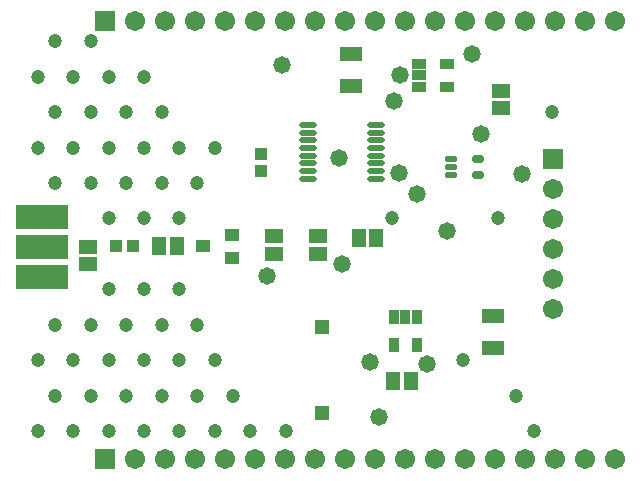
<source format=gts>
G04*
G04 #@! TF.GenerationSoftware,Altium Limited,Altium Designer,19.1.7 (138)*
G04*
G04 Layer_Color=8388736*
%FSLAX44Y44*%
%MOMM*%
G71*
G01*
G75*
%ADD28R,1.1532X1.1032*%
%ADD29R,1.1532X1.1032*%
%ADD30R,1.6032X1.3032*%
%ADD31R,1.0032X1.1032*%
%ADD32R,1.3032X1.6032*%
%ADD33R,1.9032X1.3032*%
%ADD34R,1.2032X1.3032*%
G04:AMPARAMS|DCode=35|XSize=0.6032mm|YSize=1.0532mm|CornerRadius=0.1516mm|HoleSize=0mm|Usage=FLASHONLY|Rotation=90.000|XOffset=0mm|YOffset=0mm|HoleType=Round|Shape=RoundedRectangle|*
%AMROUNDEDRECTD35*
21,1,0.6032,0.7500,0,0,90.0*
21,1,0.3000,1.0532,0,0,90.0*
1,1,0.3032,0.3750,0.1500*
1,1,0.3032,0.3750,-0.1500*
1,1,0.3032,-0.3750,-0.1500*
1,1,0.3032,-0.3750,0.1500*
%
%ADD35ROUNDEDRECTD35*%
G04:AMPARAMS|DCode=36|XSize=0.5532mm|YSize=1.0532mm|CornerRadius=0.1454mm|HoleSize=0mm|Usage=FLASHONLY|Rotation=90.000|XOffset=0mm|YOffset=0mm|HoleType=Round|Shape=RoundedRectangle|*
%AMROUNDEDRECTD36*
21,1,0.5532,0.7625,0,0,90.0*
21,1,0.2625,1.0532,0,0,90.0*
1,1,0.2907,0.3813,0.1313*
1,1,0.2907,0.3813,-0.1313*
1,1,0.2907,-0.3813,-0.1313*
1,1,0.2907,-0.3813,0.1313*
%
%ADD36ROUNDEDRECTD36*%
%ADD37R,1.3032X0.8532*%
%ADD38R,4.5032X2.0032*%
%ADD39R,0.8532X1.3032*%
%ADD40O,1.5032X0.5532*%
%ADD41R,1.1032X1.0032*%
%ADD42R,1.7032X1.7032*%
%ADD43C,1.7032*%
%ADD44R,1.7032X1.7032*%
%ADD45C,1.4732*%
%ADD46C,1.2032*%
D28*
X589480Y876300D02*
D03*
X614480Y866800D02*
D03*
D29*
Y885800D02*
D03*
D30*
X492760Y876180D02*
D03*
Y861180D02*
D03*
X842010Y993260D02*
D03*
Y1008260D02*
D03*
X687070Y870070D02*
D03*
Y885070D02*
D03*
X650240Y870070D02*
D03*
Y885070D02*
D03*
D31*
X530240Y876300D02*
D03*
X516240D02*
D03*
D32*
X552570D02*
D03*
X567570D02*
D03*
X721600Y883680D02*
D03*
X736600D02*
D03*
X765690Y762000D02*
D03*
X750690D02*
D03*
D33*
X715010Y1038860D02*
D03*
Y1011860D02*
D03*
X835660Y817410D02*
D03*
Y790410D02*
D03*
D34*
X690390Y808060D02*
D03*
Y735670D02*
D03*
D35*
X822780Y950110D02*
D03*
Y937110D02*
D03*
D36*
X800280D02*
D03*
Y943610D02*
D03*
Y950110D02*
D03*
D37*
X796860Y1030580D02*
D03*
Y1011580D02*
D03*
X772860D02*
D03*
Y1021080D02*
D03*
Y1030580D02*
D03*
D38*
X453450Y876240D02*
D03*
Y901640D02*
D03*
Y850840D02*
D03*
D39*
X770840Y792480D02*
D03*
X751840D02*
D03*
Y816480D02*
D03*
X761340D02*
D03*
X770840D02*
D03*
D40*
X678640Y979060D02*
D03*
Y972560D02*
D03*
Y966060D02*
D03*
Y959560D02*
D03*
Y953060D02*
D03*
Y946560D02*
D03*
Y940060D02*
D03*
Y933560D02*
D03*
X736140Y979060D02*
D03*
Y972560D02*
D03*
Y966060D02*
D03*
Y959560D02*
D03*
Y953060D02*
D03*
Y946560D02*
D03*
Y940060D02*
D03*
Y933560D02*
D03*
D41*
X638810Y954420D02*
D03*
Y940420D02*
D03*
D42*
X506730Y695960D02*
D03*
Y1066800D02*
D03*
D43*
X532130Y695960D02*
D03*
X557530D02*
D03*
X582930D02*
D03*
X608330D02*
D03*
X633730D02*
D03*
X659130D02*
D03*
X684530D02*
D03*
X709930D02*
D03*
X735330D02*
D03*
X760730D02*
D03*
X786130D02*
D03*
X811530D02*
D03*
X836930D02*
D03*
X862330D02*
D03*
X887730D02*
D03*
X913130D02*
D03*
X938530D02*
D03*
X532130Y1066800D02*
D03*
X557530D02*
D03*
X582930D02*
D03*
X608330D02*
D03*
X633730D02*
D03*
X659130D02*
D03*
X684530D02*
D03*
X709930D02*
D03*
X735330D02*
D03*
X760730D02*
D03*
X786130D02*
D03*
X811530D02*
D03*
X836930D02*
D03*
X862330D02*
D03*
X887730D02*
D03*
X913130D02*
D03*
X938530D02*
D03*
X886460Y924560D02*
D03*
Y899160D02*
D03*
Y873760D02*
D03*
Y848360D02*
D03*
Y822960D02*
D03*
D44*
Y949960D02*
D03*
D45*
X796290Y889000D02*
D03*
X643890Y850900D02*
D03*
X707390Y861060D02*
D03*
X739140Y731520D02*
D03*
X817880Y1038860D02*
D03*
X751840Y999165D02*
D03*
X825500Y971550D02*
D03*
X756920Y1021080D02*
D03*
X770890Y920750D02*
D03*
X656590Y1029970D02*
D03*
X704850Y951230D02*
D03*
X731520Y778510D02*
D03*
X859790Y937260D02*
D03*
X756060Y938530D02*
D03*
X779272Y776986D02*
D03*
D46*
X750000Y900000D02*
D03*
X510000Y960000D02*
D03*
X570000Y780000D02*
D03*
X600000D02*
D03*
X555000Y990000D02*
D03*
X495000Y810000D02*
D03*
X450000Y780000D02*
D03*
X465000Y750000D02*
D03*
X585000Y930000D02*
D03*
X630000Y720000D02*
D03*
X600000Y960000D02*
D03*
X450000Y1020000D02*
D03*
X870000Y720000D02*
D03*
X570000D02*
D03*
X540000D02*
D03*
X555000Y930000D02*
D03*
X510000Y900000D02*
D03*
Y780000D02*
D03*
X840000Y900000D02*
D03*
X510000Y720000D02*
D03*
X615000Y750000D02*
D03*
X540000Y1020000D02*
D03*
X510000D02*
D03*
X540000Y960000D02*
D03*
Y840000D02*
D03*
X570000Y900000D02*
D03*
X480000Y960000D02*
D03*
X495000Y990000D02*
D03*
X465000D02*
D03*
X495000Y930000D02*
D03*
X465000D02*
D03*
Y810000D02*
D03*
Y1050000D02*
D03*
X855000Y750000D02*
D03*
X585000Y810000D02*
D03*
X495000Y750000D02*
D03*
Y1050000D02*
D03*
X480000Y1020000D02*
D03*
X525000Y990000D02*
D03*
X570000Y840000D02*
D03*
X540000Y900000D02*
D03*
X450000Y720000D02*
D03*
X555000Y810000D02*
D03*
Y750000D02*
D03*
X660000Y720000D02*
D03*
X525000Y930000D02*
D03*
X540000Y780000D02*
D03*
X510000Y840000D02*
D03*
X480000Y780000D02*
D03*
X450000Y960000D02*
D03*
X570000D02*
D03*
X885000Y990000D02*
D03*
X480000Y720000D02*
D03*
X585000Y750000D02*
D03*
X525000Y810000D02*
D03*
Y750000D02*
D03*
X810000Y780000D02*
D03*
X600000Y720000D02*
D03*
M02*

</source>
